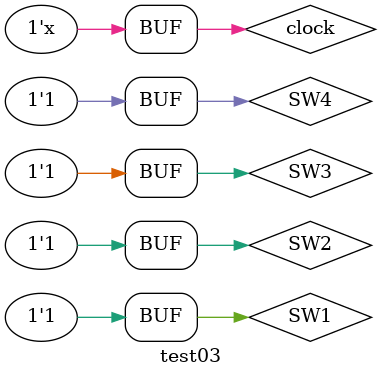
<source format=v>
`timescale 1ns / 1ps


module test03;

	// Inputs
	reg [0:0] SW1;
	reg [0:0] SW2;
	reg [0:0] SW3;
	reg [0:0] SW4;
	reg [0:0] clock;

	// Outputs
	wire [3:0] out;

	// Instantiate the Unit Under Test (UUT)
	CPU uut (
		.SW1(SW1), 
		.SW2(SW2), 
		.SW3(SW3), 
		.SW4(SW4), 
		.clock(clock), 
		.out(out)
	);

	initial begin
		// Initialize Inputs
		SW1 = 0;
		SW2 = 0;
		SW3 = 0;
		SW4 = 0;
		clock = 0;

		// Wait 100 ns for global reset to finish
		#100;
			SW1 = 1;
		SW2 = 1;
		SW3 = 1;
		SW4 = 1;
        
		// Add stimulus here

	end
	always @(*)
	begin
	#40;
	clock <= ~clock;
	end
      
endmodule


</source>
